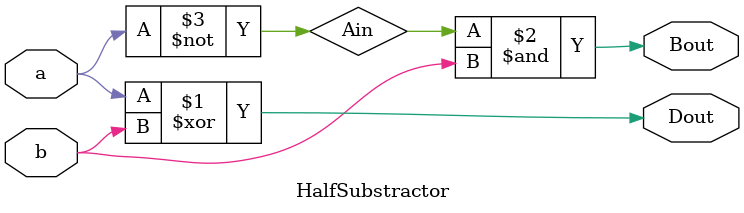
<source format=v>
module HalfSubstractor(Dout,Bout,a,b);
  input a,b;
  output Dout,Bout;
  wire Ain;
  
  xor x1(Dout,a,b);
  not n1(Ain,a);
  and a1(Bout,Ain,b);
  
  
endmodule

</source>
